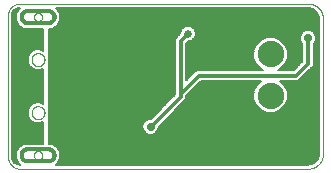
<source format=gbl>
G75*
%MOIN*%
%OFA0B0*%
%FSLAX25Y25*%
%IPPOS*%
%LPD*%
%AMOC8*
5,1,8,0,0,1.08239X$1,22.5*
%
%ADD10C,0.00100*%
%ADD11C,0.08800*%
%ADD12C,0.01181*%
%ADD13C,0.00000*%
%ADD14C,0.00600*%
%ADD15C,0.02800*%
%ADD16C,0.01200*%
%ADD17C,0.02600*%
%ADD18C,0.02500*%
D10*
X0061197Y0006800D02*
X0061197Y0054300D01*
X0061203Y0054422D01*
X0061213Y0054543D01*
X0061226Y0054664D01*
X0061243Y0054785D01*
X0061264Y0054905D01*
X0061289Y0055024D01*
X0061318Y0055142D01*
X0061350Y0055260D01*
X0061386Y0055376D01*
X0061425Y0055491D01*
X0061468Y0055605D01*
X0061515Y0055718D01*
X0061565Y0055829D01*
X0061619Y0055938D01*
X0061676Y0056046D01*
X0061737Y0056151D01*
X0061800Y0056255D01*
X0061867Y0056357D01*
X0061937Y0056456D01*
X0062011Y0056554D01*
X0062087Y0056649D01*
X0062166Y0056741D01*
X0062248Y0056831D01*
X0062333Y0056919D01*
X0062420Y0057003D01*
X0062511Y0057085D01*
X0062603Y0057164D01*
X0062698Y0057240D01*
X0062796Y0057313D01*
X0062895Y0057383D01*
X0062997Y0057450D01*
X0063101Y0057514D01*
X0063207Y0057574D01*
X0063315Y0057631D01*
X0063424Y0057684D01*
X0063535Y0057734D01*
X0063648Y0057781D01*
X0063762Y0057824D01*
X0063877Y0057863D01*
X0063993Y0057899D01*
X0064111Y0057931D01*
X0064229Y0057959D01*
X0064349Y0057984D01*
X0064469Y0058005D01*
X0064589Y0058022D01*
X0064710Y0058035D01*
X0064832Y0058045D01*
X0064953Y0058050D01*
X0065075Y0058052D01*
X0065197Y0058050D01*
X0161197Y0058050D01*
X0161337Y0058048D01*
X0161477Y0058042D01*
X0161617Y0058032D01*
X0161757Y0058019D01*
X0161896Y0058001D01*
X0162035Y0057979D01*
X0162172Y0057954D01*
X0162310Y0057925D01*
X0162446Y0057892D01*
X0162581Y0057855D01*
X0162715Y0057814D01*
X0162848Y0057769D01*
X0162980Y0057721D01*
X0163110Y0057669D01*
X0163239Y0057614D01*
X0163366Y0057555D01*
X0163492Y0057492D01*
X0163616Y0057426D01*
X0163737Y0057357D01*
X0163857Y0057284D01*
X0163975Y0057207D01*
X0164090Y0057128D01*
X0164204Y0057045D01*
X0164314Y0056959D01*
X0164423Y0056870D01*
X0164529Y0056778D01*
X0164632Y0056683D01*
X0164733Y0056586D01*
X0164830Y0056485D01*
X0164925Y0056382D01*
X0165017Y0056276D01*
X0165106Y0056167D01*
X0165192Y0056057D01*
X0165275Y0055943D01*
X0165354Y0055828D01*
X0165431Y0055710D01*
X0165504Y0055590D01*
X0165573Y0055469D01*
X0165639Y0055345D01*
X0165702Y0055219D01*
X0165761Y0055092D01*
X0165816Y0054963D01*
X0165868Y0054833D01*
X0165916Y0054701D01*
X0165961Y0054568D01*
X0166002Y0054434D01*
X0166039Y0054299D01*
X0166072Y0054163D01*
X0166101Y0054025D01*
X0166126Y0053888D01*
X0166148Y0053749D01*
X0166166Y0053610D01*
X0166179Y0053470D01*
X0166189Y0053330D01*
X0166195Y0053190D01*
X0166197Y0053050D01*
X0166197Y0008050D01*
X0166195Y0007910D01*
X0166189Y0007770D01*
X0166179Y0007630D01*
X0166166Y0007490D01*
X0166148Y0007351D01*
X0166126Y0007212D01*
X0166101Y0007075D01*
X0166072Y0006937D01*
X0166039Y0006801D01*
X0166002Y0006666D01*
X0165961Y0006532D01*
X0165916Y0006399D01*
X0165868Y0006267D01*
X0165816Y0006137D01*
X0165761Y0006008D01*
X0165702Y0005881D01*
X0165639Y0005755D01*
X0165573Y0005631D01*
X0165504Y0005510D01*
X0165431Y0005390D01*
X0165354Y0005272D01*
X0165275Y0005157D01*
X0165192Y0005043D01*
X0165106Y0004933D01*
X0165017Y0004824D01*
X0164925Y0004718D01*
X0164830Y0004615D01*
X0164733Y0004514D01*
X0164632Y0004417D01*
X0164529Y0004322D01*
X0164423Y0004230D01*
X0164314Y0004141D01*
X0164204Y0004055D01*
X0164090Y0003972D01*
X0163975Y0003893D01*
X0163857Y0003816D01*
X0163737Y0003743D01*
X0163616Y0003674D01*
X0163492Y0003608D01*
X0163366Y0003545D01*
X0163239Y0003486D01*
X0163110Y0003431D01*
X0162980Y0003379D01*
X0162848Y0003331D01*
X0162715Y0003286D01*
X0162581Y0003245D01*
X0162446Y0003208D01*
X0162310Y0003175D01*
X0162172Y0003146D01*
X0162035Y0003121D01*
X0161896Y0003099D01*
X0161757Y0003081D01*
X0161617Y0003068D01*
X0161477Y0003058D01*
X0161337Y0003052D01*
X0161197Y0003050D01*
X0065197Y0003050D01*
X0065073Y0003048D01*
X0064948Y0003050D01*
X0064824Y0003056D01*
X0064700Y0003066D01*
X0064577Y0003080D01*
X0064454Y0003098D01*
X0064332Y0003119D01*
X0064210Y0003145D01*
X0064089Y0003175D01*
X0063970Y0003208D01*
X0063851Y0003245D01*
X0063734Y0003286D01*
X0063618Y0003331D01*
X0063503Y0003380D01*
X0063390Y0003432D01*
X0063279Y0003487D01*
X0063170Y0003547D01*
X0063063Y0003609D01*
X0062958Y0003675D01*
X0062855Y0003745D01*
X0062754Y0003817D01*
X0062655Y0003893D01*
X0062559Y0003972D01*
X0062466Y0004054D01*
X0062375Y0004139D01*
X0062287Y0004227D01*
X0062202Y0004318D01*
X0062120Y0004411D01*
X0062041Y0004507D01*
X0061965Y0004606D01*
X0061893Y0004706D01*
X0061823Y0004809D01*
X0061757Y0004915D01*
X0061694Y0005022D01*
X0061635Y0005131D01*
X0061579Y0005242D01*
X0061527Y0005355D01*
X0061479Y0005469D01*
X0061434Y0005585D01*
X0061393Y0005703D01*
X0061355Y0005821D01*
X0061322Y0005941D01*
X0061292Y0006062D01*
X0061267Y0006183D01*
X0061245Y0006306D01*
X0061227Y0006428D01*
X0061213Y0006552D01*
X0061203Y0006676D01*
X0061197Y0006800D01*
D11*
X0148697Y0027357D03*
X0148697Y0041137D03*
D12*
X0074740Y0051613D02*
X0067654Y0051613D01*
X0065685Y0053581D02*
X0065687Y0053667D01*
X0065692Y0053753D01*
X0065702Y0053838D01*
X0065715Y0053923D01*
X0065732Y0054007D01*
X0065752Y0054091D01*
X0065776Y0054173D01*
X0065804Y0054254D01*
X0065835Y0054335D01*
X0065869Y0054413D01*
X0065907Y0054490D01*
X0065949Y0054566D01*
X0065993Y0054639D01*
X0066041Y0054710D01*
X0066092Y0054780D01*
X0066146Y0054847D01*
X0066202Y0054911D01*
X0066262Y0054973D01*
X0066324Y0055033D01*
X0066388Y0055089D01*
X0066455Y0055143D01*
X0066525Y0055194D01*
X0066596Y0055242D01*
X0066670Y0055286D01*
X0066745Y0055328D01*
X0066822Y0055366D01*
X0066900Y0055400D01*
X0066981Y0055431D01*
X0067062Y0055459D01*
X0067144Y0055483D01*
X0067228Y0055503D01*
X0067312Y0055520D01*
X0067397Y0055533D01*
X0067482Y0055543D01*
X0067568Y0055548D01*
X0067654Y0055550D01*
X0074740Y0055550D01*
X0076709Y0053581D02*
X0076707Y0053495D01*
X0076702Y0053409D01*
X0076692Y0053324D01*
X0076679Y0053239D01*
X0076662Y0053155D01*
X0076642Y0053071D01*
X0076618Y0052989D01*
X0076590Y0052908D01*
X0076559Y0052827D01*
X0076525Y0052749D01*
X0076487Y0052672D01*
X0076445Y0052597D01*
X0076401Y0052523D01*
X0076353Y0052452D01*
X0076302Y0052382D01*
X0076248Y0052315D01*
X0076192Y0052251D01*
X0076132Y0052189D01*
X0076070Y0052129D01*
X0076006Y0052073D01*
X0075939Y0052019D01*
X0075869Y0051968D01*
X0075798Y0051920D01*
X0075725Y0051876D01*
X0075649Y0051834D01*
X0075572Y0051796D01*
X0075494Y0051762D01*
X0075413Y0051731D01*
X0075332Y0051703D01*
X0075250Y0051679D01*
X0075166Y0051659D01*
X0075082Y0051642D01*
X0074997Y0051629D01*
X0074912Y0051619D01*
X0074826Y0051614D01*
X0074740Y0051612D01*
X0076709Y0053581D02*
X0076707Y0053667D01*
X0076702Y0053753D01*
X0076692Y0053838D01*
X0076679Y0053923D01*
X0076662Y0054007D01*
X0076642Y0054091D01*
X0076618Y0054173D01*
X0076590Y0054254D01*
X0076559Y0054335D01*
X0076525Y0054413D01*
X0076487Y0054490D01*
X0076445Y0054566D01*
X0076401Y0054639D01*
X0076353Y0054710D01*
X0076302Y0054780D01*
X0076248Y0054847D01*
X0076192Y0054911D01*
X0076132Y0054973D01*
X0076070Y0055033D01*
X0076006Y0055089D01*
X0075939Y0055143D01*
X0075869Y0055194D01*
X0075798Y0055242D01*
X0075725Y0055286D01*
X0075649Y0055328D01*
X0075572Y0055366D01*
X0075494Y0055400D01*
X0075413Y0055431D01*
X0075332Y0055459D01*
X0075250Y0055483D01*
X0075166Y0055503D01*
X0075082Y0055520D01*
X0074997Y0055533D01*
X0074912Y0055543D01*
X0074826Y0055548D01*
X0074740Y0055550D01*
X0067654Y0051612D02*
X0067568Y0051614D01*
X0067482Y0051619D01*
X0067397Y0051629D01*
X0067312Y0051642D01*
X0067228Y0051659D01*
X0067144Y0051679D01*
X0067062Y0051703D01*
X0066981Y0051731D01*
X0066900Y0051762D01*
X0066822Y0051796D01*
X0066745Y0051834D01*
X0066670Y0051876D01*
X0066596Y0051920D01*
X0066525Y0051968D01*
X0066455Y0052019D01*
X0066388Y0052073D01*
X0066324Y0052129D01*
X0066262Y0052189D01*
X0066202Y0052251D01*
X0066146Y0052315D01*
X0066092Y0052382D01*
X0066041Y0052452D01*
X0065993Y0052523D01*
X0065949Y0052597D01*
X0065907Y0052672D01*
X0065869Y0052749D01*
X0065835Y0052827D01*
X0065804Y0052908D01*
X0065776Y0052989D01*
X0065752Y0053071D01*
X0065732Y0053155D01*
X0065715Y0053239D01*
X0065702Y0053324D01*
X0065692Y0053409D01*
X0065687Y0053495D01*
X0065685Y0053581D01*
X0067654Y0009487D02*
X0074740Y0009487D01*
X0076709Y0007519D02*
X0076707Y0007433D01*
X0076702Y0007347D01*
X0076692Y0007262D01*
X0076679Y0007177D01*
X0076662Y0007093D01*
X0076642Y0007009D01*
X0076618Y0006927D01*
X0076590Y0006846D01*
X0076559Y0006765D01*
X0076525Y0006687D01*
X0076487Y0006610D01*
X0076445Y0006534D01*
X0076401Y0006461D01*
X0076353Y0006390D01*
X0076302Y0006320D01*
X0076248Y0006253D01*
X0076192Y0006189D01*
X0076132Y0006127D01*
X0076070Y0006067D01*
X0076006Y0006011D01*
X0075939Y0005957D01*
X0075869Y0005906D01*
X0075798Y0005858D01*
X0075725Y0005814D01*
X0075649Y0005772D01*
X0075572Y0005734D01*
X0075494Y0005700D01*
X0075413Y0005669D01*
X0075332Y0005641D01*
X0075250Y0005617D01*
X0075166Y0005597D01*
X0075082Y0005580D01*
X0074997Y0005567D01*
X0074912Y0005557D01*
X0074826Y0005552D01*
X0074740Y0005550D01*
X0067654Y0005550D01*
X0065685Y0007519D02*
X0065687Y0007605D01*
X0065692Y0007691D01*
X0065702Y0007776D01*
X0065715Y0007861D01*
X0065732Y0007945D01*
X0065752Y0008029D01*
X0065776Y0008111D01*
X0065804Y0008192D01*
X0065835Y0008273D01*
X0065869Y0008351D01*
X0065907Y0008428D01*
X0065949Y0008504D01*
X0065993Y0008577D01*
X0066041Y0008648D01*
X0066092Y0008718D01*
X0066146Y0008785D01*
X0066202Y0008849D01*
X0066262Y0008911D01*
X0066324Y0008971D01*
X0066388Y0009027D01*
X0066455Y0009081D01*
X0066525Y0009132D01*
X0066596Y0009180D01*
X0066670Y0009224D01*
X0066745Y0009266D01*
X0066822Y0009304D01*
X0066900Y0009338D01*
X0066981Y0009369D01*
X0067062Y0009397D01*
X0067144Y0009421D01*
X0067228Y0009441D01*
X0067312Y0009458D01*
X0067397Y0009471D01*
X0067482Y0009481D01*
X0067568Y0009486D01*
X0067654Y0009488D01*
X0065685Y0007519D02*
X0065687Y0007433D01*
X0065692Y0007347D01*
X0065702Y0007262D01*
X0065715Y0007177D01*
X0065732Y0007093D01*
X0065752Y0007009D01*
X0065776Y0006927D01*
X0065804Y0006846D01*
X0065835Y0006765D01*
X0065869Y0006687D01*
X0065907Y0006610D01*
X0065949Y0006535D01*
X0065993Y0006461D01*
X0066041Y0006390D01*
X0066092Y0006320D01*
X0066146Y0006253D01*
X0066202Y0006189D01*
X0066262Y0006127D01*
X0066324Y0006067D01*
X0066388Y0006011D01*
X0066455Y0005957D01*
X0066525Y0005906D01*
X0066596Y0005858D01*
X0066670Y0005814D01*
X0066745Y0005772D01*
X0066822Y0005734D01*
X0066900Y0005700D01*
X0066981Y0005669D01*
X0067062Y0005641D01*
X0067144Y0005617D01*
X0067228Y0005597D01*
X0067312Y0005580D01*
X0067397Y0005567D01*
X0067482Y0005557D01*
X0067568Y0005552D01*
X0067654Y0005550D01*
X0074740Y0009488D02*
X0074826Y0009486D01*
X0074912Y0009481D01*
X0074997Y0009471D01*
X0075082Y0009458D01*
X0075166Y0009441D01*
X0075250Y0009421D01*
X0075332Y0009397D01*
X0075413Y0009369D01*
X0075494Y0009338D01*
X0075572Y0009304D01*
X0075649Y0009266D01*
X0075725Y0009224D01*
X0075798Y0009180D01*
X0075869Y0009132D01*
X0075939Y0009081D01*
X0076006Y0009027D01*
X0076070Y0008971D01*
X0076132Y0008911D01*
X0076192Y0008849D01*
X0076248Y0008785D01*
X0076302Y0008718D01*
X0076353Y0008648D01*
X0076401Y0008577D01*
X0076445Y0008504D01*
X0076487Y0008428D01*
X0076525Y0008351D01*
X0076559Y0008273D01*
X0076590Y0008192D01*
X0076618Y0008111D01*
X0076642Y0008029D01*
X0076662Y0007945D01*
X0076679Y0007861D01*
X0076692Y0007776D01*
X0076702Y0007691D01*
X0076707Y0007605D01*
X0076709Y0007519D01*
D13*
X0069819Y0007519D02*
X0069821Y0007593D01*
X0069827Y0007667D01*
X0069837Y0007740D01*
X0069851Y0007813D01*
X0069868Y0007885D01*
X0069890Y0007955D01*
X0069915Y0008025D01*
X0069944Y0008093D01*
X0069977Y0008159D01*
X0070013Y0008224D01*
X0070053Y0008286D01*
X0070095Y0008347D01*
X0070141Y0008405D01*
X0070190Y0008460D01*
X0070242Y0008513D01*
X0070297Y0008563D01*
X0070354Y0008609D01*
X0070414Y0008653D01*
X0070476Y0008693D01*
X0070540Y0008730D01*
X0070606Y0008764D01*
X0070674Y0008794D01*
X0070743Y0008820D01*
X0070814Y0008843D01*
X0070885Y0008861D01*
X0070958Y0008876D01*
X0071031Y0008887D01*
X0071105Y0008894D01*
X0071179Y0008897D01*
X0071252Y0008896D01*
X0071326Y0008891D01*
X0071400Y0008882D01*
X0071473Y0008869D01*
X0071545Y0008852D01*
X0071616Y0008832D01*
X0071686Y0008807D01*
X0071754Y0008779D01*
X0071821Y0008748D01*
X0071886Y0008712D01*
X0071949Y0008674D01*
X0072010Y0008632D01*
X0072069Y0008586D01*
X0072125Y0008538D01*
X0072178Y0008487D01*
X0072228Y0008433D01*
X0072276Y0008376D01*
X0072320Y0008317D01*
X0072362Y0008255D01*
X0072400Y0008192D01*
X0072434Y0008126D01*
X0072465Y0008059D01*
X0072492Y0007990D01*
X0072515Y0007920D01*
X0072535Y0007849D01*
X0072551Y0007776D01*
X0072563Y0007703D01*
X0072571Y0007630D01*
X0072575Y0007556D01*
X0072575Y0007482D01*
X0072571Y0007408D01*
X0072563Y0007335D01*
X0072551Y0007262D01*
X0072535Y0007189D01*
X0072515Y0007118D01*
X0072492Y0007048D01*
X0072465Y0006979D01*
X0072434Y0006912D01*
X0072400Y0006846D01*
X0072362Y0006783D01*
X0072320Y0006721D01*
X0072276Y0006662D01*
X0072228Y0006605D01*
X0072178Y0006551D01*
X0072125Y0006500D01*
X0072069Y0006452D01*
X0072010Y0006406D01*
X0071949Y0006364D01*
X0071886Y0006326D01*
X0071821Y0006290D01*
X0071754Y0006259D01*
X0071686Y0006231D01*
X0071616Y0006206D01*
X0071545Y0006186D01*
X0071473Y0006169D01*
X0071400Y0006156D01*
X0071326Y0006147D01*
X0071252Y0006142D01*
X0071179Y0006141D01*
X0071105Y0006144D01*
X0071031Y0006151D01*
X0070958Y0006162D01*
X0070885Y0006177D01*
X0070814Y0006195D01*
X0070743Y0006218D01*
X0070674Y0006244D01*
X0070606Y0006274D01*
X0070540Y0006308D01*
X0070476Y0006345D01*
X0070414Y0006385D01*
X0070354Y0006429D01*
X0070297Y0006475D01*
X0070242Y0006525D01*
X0070190Y0006578D01*
X0070141Y0006633D01*
X0070095Y0006691D01*
X0070053Y0006752D01*
X0070013Y0006814D01*
X0069977Y0006879D01*
X0069944Y0006945D01*
X0069915Y0007013D01*
X0069890Y0007083D01*
X0069868Y0007153D01*
X0069851Y0007225D01*
X0069837Y0007298D01*
X0069827Y0007371D01*
X0069821Y0007445D01*
X0069819Y0007519D01*
X0069032Y0021692D02*
X0069034Y0021785D01*
X0069040Y0021877D01*
X0069050Y0021969D01*
X0069064Y0022060D01*
X0069081Y0022151D01*
X0069103Y0022241D01*
X0069128Y0022330D01*
X0069157Y0022418D01*
X0069190Y0022504D01*
X0069227Y0022589D01*
X0069267Y0022673D01*
X0069311Y0022754D01*
X0069358Y0022834D01*
X0069408Y0022912D01*
X0069462Y0022987D01*
X0069519Y0023060D01*
X0069579Y0023130D01*
X0069642Y0023198D01*
X0069708Y0023263D01*
X0069776Y0023325D01*
X0069847Y0023385D01*
X0069921Y0023441D01*
X0069997Y0023494D01*
X0070075Y0023543D01*
X0070155Y0023590D01*
X0070237Y0023632D01*
X0070321Y0023672D01*
X0070406Y0023707D01*
X0070493Y0023739D01*
X0070581Y0023768D01*
X0070670Y0023792D01*
X0070760Y0023813D01*
X0070851Y0023829D01*
X0070943Y0023842D01*
X0071035Y0023851D01*
X0071128Y0023856D01*
X0071220Y0023857D01*
X0071313Y0023854D01*
X0071405Y0023847D01*
X0071497Y0023836D01*
X0071588Y0023821D01*
X0071679Y0023803D01*
X0071769Y0023780D01*
X0071857Y0023754D01*
X0071945Y0023724D01*
X0072031Y0023690D01*
X0072115Y0023653D01*
X0072198Y0023611D01*
X0072279Y0023567D01*
X0072359Y0023519D01*
X0072436Y0023468D01*
X0072510Y0023413D01*
X0072583Y0023355D01*
X0072653Y0023295D01*
X0072720Y0023231D01*
X0072784Y0023165D01*
X0072846Y0023095D01*
X0072904Y0023024D01*
X0072959Y0022950D01*
X0073011Y0022873D01*
X0073060Y0022794D01*
X0073106Y0022714D01*
X0073148Y0022631D01*
X0073186Y0022547D01*
X0073221Y0022461D01*
X0073252Y0022374D01*
X0073279Y0022286D01*
X0073302Y0022196D01*
X0073322Y0022106D01*
X0073338Y0022015D01*
X0073350Y0021923D01*
X0073358Y0021831D01*
X0073362Y0021738D01*
X0073362Y0021646D01*
X0073358Y0021553D01*
X0073350Y0021461D01*
X0073338Y0021369D01*
X0073322Y0021278D01*
X0073302Y0021188D01*
X0073279Y0021098D01*
X0073252Y0021010D01*
X0073221Y0020923D01*
X0073186Y0020837D01*
X0073148Y0020753D01*
X0073106Y0020670D01*
X0073060Y0020590D01*
X0073011Y0020511D01*
X0072959Y0020434D01*
X0072904Y0020360D01*
X0072846Y0020289D01*
X0072784Y0020219D01*
X0072720Y0020153D01*
X0072653Y0020089D01*
X0072583Y0020029D01*
X0072510Y0019971D01*
X0072436Y0019916D01*
X0072359Y0019865D01*
X0072280Y0019817D01*
X0072198Y0019773D01*
X0072115Y0019731D01*
X0072031Y0019694D01*
X0071945Y0019660D01*
X0071857Y0019630D01*
X0071769Y0019604D01*
X0071679Y0019581D01*
X0071588Y0019563D01*
X0071497Y0019548D01*
X0071405Y0019537D01*
X0071313Y0019530D01*
X0071220Y0019527D01*
X0071128Y0019528D01*
X0071035Y0019533D01*
X0070943Y0019542D01*
X0070851Y0019555D01*
X0070760Y0019571D01*
X0070670Y0019592D01*
X0070581Y0019616D01*
X0070493Y0019645D01*
X0070406Y0019677D01*
X0070321Y0019712D01*
X0070237Y0019752D01*
X0070155Y0019794D01*
X0070075Y0019841D01*
X0069997Y0019890D01*
X0069921Y0019943D01*
X0069847Y0019999D01*
X0069776Y0020059D01*
X0069708Y0020121D01*
X0069642Y0020186D01*
X0069579Y0020254D01*
X0069519Y0020324D01*
X0069462Y0020397D01*
X0069408Y0020472D01*
X0069358Y0020550D01*
X0069311Y0020630D01*
X0069267Y0020711D01*
X0069227Y0020795D01*
X0069190Y0020880D01*
X0069157Y0020966D01*
X0069128Y0021054D01*
X0069103Y0021143D01*
X0069081Y0021233D01*
X0069064Y0021324D01*
X0069050Y0021415D01*
X0069040Y0021507D01*
X0069034Y0021599D01*
X0069032Y0021692D01*
X0069032Y0039408D02*
X0069034Y0039501D01*
X0069040Y0039593D01*
X0069050Y0039685D01*
X0069064Y0039776D01*
X0069081Y0039867D01*
X0069103Y0039957D01*
X0069128Y0040046D01*
X0069157Y0040134D01*
X0069190Y0040220D01*
X0069227Y0040305D01*
X0069267Y0040389D01*
X0069311Y0040470D01*
X0069358Y0040550D01*
X0069408Y0040628D01*
X0069462Y0040703D01*
X0069519Y0040776D01*
X0069579Y0040846D01*
X0069642Y0040914D01*
X0069708Y0040979D01*
X0069776Y0041041D01*
X0069847Y0041101D01*
X0069921Y0041157D01*
X0069997Y0041210D01*
X0070075Y0041259D01*
X0070155Y0041306D01*
X0070237Y0041348D01*
X0070321Y0041388D01*
X0070406Y0041423D01*
X0070493Y0041455D01*
X0070581Y0041484D01*
X0070670Y0041508D01*
X0070760Y0041529D01*
X0070851Y0041545D01*
X0070943Y0041558D01*
X0071035Y0041567D01*
X0071128Y0041572D01*
X0071220Y0041573D01*
X0071313Y0041570D01*
X0071405Y0041563D01*
X0071497Y0041552D01*
X0071588Y0041537D01*
X0071679Y0041519D01*
X0071769Y0041496D01*
X0071857Y0041470D01*
X0071945Y0041440D01*
X0072031Y0041406D01*
X0072115Y0041369D01*
X0072198Y0041327D01*
X0072279Y0041283D01*
X0072359Y0041235D01*
X0072436Y0041184D01*
X0072510Y0041129D01*
X0072583Y0041071D01*
X0072653Y0041011D01*
X0072720Y0040947D01*
X0072784Y0040881D01*
X0072846Y0040811D01*
X0072904Y0040740D01*
X0072959Y0040666D01*
X0073011Y0040589D01*
X0073060Y0040510D01*
X0073106Y0040430D01*
X0073148Y0040347D01*
X0073186Y0040263D01*
X0073221Y0040177D01*
X0073252Y0040090D01*
X0073279Y0040002D01*
X0073302Y0039912D01*
X0073322Y0039822D01*
X0073338Y0039731D01*
X0073350Y0039639D01*
X0073358Y0039547D01*
X0073362Y0039454D01*
X0073362Y0039362D01*
X0073358Y0039269D01*
X0073350Y0039177D01*
X0073338Y0039085D01*
X0073322Y0038994D01*
X0073302Y0038904D01*
X0073279Y0038814D01*
X0073252Y0038726D01*
X0073221Y0038639D01*
X0073186Y0038553D01*
X0073148Y0038469D01*
X0073106Y0038386D01*
X0073060Y0038306D01*
X0073011Y0038227D01*
X0072959Y0038150D01*
X0072904Y0038076D01*
X0072846Y0038005D01*
X0072784Y0037935D01*
X0072720Y0037869D01*
X0072653Y0037805D01*
X0072583Y0037745D01*
X0072510Y0037687D01*
X0072436Y0037632D01*
X0072359Y0037581D01*
X0072280Y0037533D01*
X0072198Y0037489D01*
X0072115Y0037447D01*
X0072031Y0037410D01*
X0071945Y0037376D01*
X0071857Y0037346D01*
X0071769Y0037320D01*
X0071679Y0037297D01*
X0071588Y0037279D01*
X0071497Y0037264D01*
X0071405Y0037253D01*
X0071313Y0037246D01*
X0071220Y0037243D01*
X0071128Y0037244D01*
X0071035Y0037249D01*
X0070943Y0037258D01*
X0070851Y0037271D01*
X0070760Y0037287D01*
X0070670Y0037308D01*
X0070581Y0037332D01*
X0070493Y0037361D01*
X0070406Y0037393D01*
X0070321Y0037428D01*
X0070237Y0037468D01*
X0070155Y0037510D01*
X0070075Y0037557D01*
X0069997Y0037606D01*
X0069921Y0037659D01*
X0069847Y0037715D01*
X0069776Y0037775D01*
X0069708Y0037837D01*
X0069642Y0037902D01*
X0069579Y0037970D01*
X0069519Y0038040D01*
X0069462Y0038113D01*
X0069408Y0038188D01*
X0069358Y0038266D01*
X0069311Y0038346D01*
X0069267Y0038427D01*
X0069227Y0038511D01*
X0069190Y0038596D01*
X0069157Y0038682D01*
X0069128Y0038770D01*
X0069103Y0038859D01*
X0069081Y0038949D01*
X0069064Y0039040D01*
X0069050Y0039131D01*
X0069040Y0039223D01*
X0069034Y0039315D01*
X0069032Y0039408D01*
X0069819Y0053581D02*
X0069821Y0053655D01*
X0069827Y0053729D01*
X0069837Y0053802D01*
X0069851Y0053875D01*
X0069868Y0053947D01*
X0069890Y0054017D01*
X0069915Y0054087D01*
X0069944Y0054155D01*
X0069977Y0054221D01*
X0070013Y0054286D01*
X0070053Y0054348D01*
X0070095Y0054409D01*
X0070141Y0054467D01*
X0070190Y0054522D01*
X0070242Y0054575D01*
X0070297Y0054625D01*
X0070354Y0054671D01*
X0070414Y0054715D01*
X0070476Y0054755D01*
X0070540Y0054792D01*
X0070606Y0054826D01*
X0070674Y0054856D01*
X0070743Y0054882D01*
X0070814Y0054905D01*
X0070885Y0054923D01*
X0070958Y0054938D01*
X0071031Y0054949D01*
X0071105Y0054956D01*
X0071179Y0054959D01*
X0071252Y0054958D01*
X0071326Y0054953D01*
X0071400Y0054944D01*
X0071473Y0054931D01*
X0071545Y0054914D01*
X0071616Y0054894D01*
X0071686Y0054869D01*
X0071754Y0054841D01*
X0071821Y0054810D01*
X0071886Y0054774D01*
X0071949Y0054736D01*
X0072010Y0054694D01*
X0072069Y0054648D01*
X0072125Y0054600D01*
X0072178Y0054549D01*
X0072228Y0054495D01*
X0072276Y0054438D01*
X0072320Y0054379D01*
X0072362Y0054317D01*
X0072400Y0054254D01*
X0072434Y0054188D01*
X0072465Y0054121D01*
X0072492Y0054052D01*
X0072515Y0053982D01*
X0072535Y0053911D01*
X0072551Y0053838D01*
X0072563Y0053765D01*
X0072571Y0053692D01*
X0072575Y0053618D01*
X0072575Y0053544D01*
X0072571Y0053470D01*
X0072563Y0053397D01*
X0072551Y0053324D01*
X0072535Y0053251D01*
X0072515Y0053180D01*
X0072492Y0053110D01*
X0072465Y0053041D01*
X0072434Y0052974D01*
X0072400Y0052908D01*
X0072362Y0052845D01*
X0072320Y0052783D01*
X0072276Y0052724D01*
X0072228Y0052667D01*
X0072178Y0052613D01*
X0072125Y0052562D01*
X0072069Y0052514D01*
X0072010Y0052468D01*
X0071949Y0052426D01*
X0071886Y0052388D01*
X0071821Y0052352D01*
X0071754Y0052321D01*
X0071686Y0052293D01*
X0071616Y0052268D01*
X0071545Y0052248D01*
X0071473Y0052231D01*
X0071400Y0052218D01*
X0071326Y0052209D01*
X0071252Y0052204D01*
X0071179Y0052203D01*
X0071105Y0052206D01*
X0071031Y0052213D01*
X0070958Y0052224D01*
X0070885Y0052239D01*
X0070814Y0052257D01*
X0070743Y0052280D01*
X0070674Y0052306D01*
X0070606Y0052336D01*
X0070540Y0052370D01*
X0070476Y0052407D01*
X0070414Y0052447D01*
X0070354Y0052491D01*
X0070297Y0052537D01*
X0070242Y0052587D01*
X0070190Y0052640D01*
X0070141Y0052695D01*
X0070095Y0052753D01*
X0070053Y0052814D01*
X0070013Y0052876D01*
X0069977Y0052941D01*
X0069944Y0053007D01*
X0069915Y0053075D01*
X0069890Y0053145D01*
X0069868Y0053215D01*
X0069851Y0053287D01*
X0069837Y0053360D01*
X0069827Y0053433D01*
X0069821Y0053507D01*
X0069819Y0053581D01*
D14*
X0064829Y0050756D02*
X0063794Y0052547D01*
X0063794Y0054616D01*
X0064829Y0056406D01*
X0064829Y0056407D01*
X0064829Y0056407D01*
X0065328Y0056695D01*
X0065175Y0056700D01*
X0065146Y0056700D01*
X0064497Y0056636D01*
X0063344Y0056019D01*
X0062653Y0054907D01*
X0062547Y0054261D01*
X0062547Y0006839D01*
X0062653Y0006193D01*
X0063344Y0005081D01*
X0064497Y0004464D01*
X0065146Y0004400D01*
X0065175Y0004400D01*
X0065328Y0004405D01*
X0064829Y0004693D01*
X0064829Y0004693D01*
X0063795Y0006484D01*
X0063794Y0006484D01*
X0063794Y0008553D01*
X0064829Y0010344D01*
X0064829Y0010344D01*
X0066620Y0011378D01*
X0072947Y0011378D01*
X0072947Y0018666D01*
X0071886Y0018226D01*
X0070508Y0018226D01*
X0069234Y0018754D01*
X0068259Y0019729D01*
X0067731Y0021002D01*
X0067731Y0022381D01*
X0068259Y0023655D01*
X0069234Y0024630D01*
X0070508Y0025157D01*
X0071886Y0025157D01*
X0072947Y0024718D01*
X0072947Y0036382D01*
X0071886Y0035943D01*
X0070508Y0035943D01*
X0069234Y0036470D01*
X0068259Y0037445D01*
X0067731Y0038719D01*
X0067731Y0040098D01*
X0068259Y0041371D01*
X0069234Y0042346D01*
X0070508Y0042874D01*
X0071886Y0042874D01*
X0072947Y0042434D01*
X0072947Y0049722D01*
X0066620Y0049722D01*
X0064829Y0050756D01*
X0064829Y0050756D01*
X0064829Y0050756D01*
X0064859Y0050739D02*
X0062547Y0050739D01*
X0062547Y0050141D02*
X0065895Y0050141D01*
X0064493Y0051338D02*
X0062547Y0051338D01*
X0062547Y0051936D02*
X0064147Y0051936D01*
X0063802Y0052535D02*
X0062547Y0052535D01*
X0062547Y0053133D02*
X0063794Y0053133D01*
X0063794Y0053732D02*
X0062547Y0053732D01*
X0062558Y0054330D02*
X0063794Y0054330D01*
X0063975Y0054929D02*
X0062667Y0054929D01*
X0063038Y0055527D02*
X0064321Y0055527D01*
X0064666Y0056126D02*
X0063544Y0056126D01*
X0076498Y0050141D02*
X0119611Y0050141D01*
X0119724Y0050254D02*
X0118993Y0049523D01*
X0118597Y0048567D01*
X0118597Y0048137D01*
X0116797Y0046337D01*
X0116797Y0027837D01*
X0108710Y0019750D01*
X0108160Y0019750D01*
X0107167Y0019339D01*
X0106408Y0018579D01*
X0105997Y0017587D01*
X0105997Y0016513D01*
X0106408Y0015521D01*
X0107167Y0014761D01*
X0108160Y0014350D01*
X0109234Y0014350D01*
X0110226Y0014761D01*
X0110986Y0015521D01*
X0111397Y0016513D01*
X0111397Y0017063D01*
X0120597Y0026263D01*
X0120597Y0027263D01*
X0125484Y0032150D01*
X0145429Y0032150D01*
X0143865Y0030586D01*
X0142997Y0028491D01*
X0142997Y0026223D01*
X0143865Y0024128D01*
X0145468Y0022525D01*
X0147563Y0021657D01*
X0149831Y0021657D01*
X0151926Y0022525D01*
X0153529Y0024128D01*
X0154397Y0026223D01*
X0154397Y0028491D01*
X0153529Y0030586D01*
X0151965Y0032150D01*
X0157984Y0032150D01*
X0161984Y0036150D01*
X0163097Y0037263D01*
X0163097Y0044632D01*
X0163486Y0045021D01*
X0163897Y0046013D01*
X0163897Y0047087D01*
X0163486Y0048079D01*
X0162726Y0048839D01*
X0161734Y0049250D01*
X0160660Y0049250D01*
X0159667Y0048839D01*
X0158908Y0048079D01*
X0158497Y0047087D01*
X0158497Y0046013D01*
X0158908Y0045021D01*
X0159297Y0044632D01*
X0159297Y0038837D01*
X0156410Y0035950D01*
X0151070Y0035950D01*
X0151926Y0036304D01*
X0153529Y0037908D01*
X0154397Y0040003D01*
X0154397Y0042270D01*
X0153529Y0044365D01*
X0151926Y0045969D01*
X0149831Y0046837D01*
X0147563Y0046837D01*
X0145468Y0045969D01*
X0143865Y0044365D01*
X0142997Y0042270D01*
X0142997Y0040003D01*
X0143865Y0037908D01*
X0145468Y0036304D01*
X0146324Y0035950D01*
X0123910Y0035950D01*
X0122797Y0034837D01*
X0120597Y0032637D01*
X0120597Y0044763D01*
X0121284Y0045450D01*
X0121714Y0045450D01*
X0122670Y0045846D01*
X0123401Y0046577D01*
X0123797Y0047533D01*
X0123797Y0048567D01*
X0123401Y0049523D01*
X0122670Y0050254D01*
X0121714Y0050650D01*
X0120680Y0050650D01*
X0119724Y0050254D01*
X0119012Y0049542D02*
X0074697Y0049542D01*
X0074697Y0049722D02*
X0075774Y0049722D01*
X0077565Y0050756D01*
X0078599Y0052547D01*
X0078599Y0054616D01*
X0077565Y0056406D01*
X0077565Y0056407D01*
X0077057Y0056700D01*
X0161197Y0056700D01*
X0161909Y0056630D01*
X0163225Y0056085D01*
X0164232Y0055078D01*
X0164777Y0053762D01*
X0164847Y0053050D01*
X0164847Y0008050D01*
X0164777Y0007338D01*
X0164232Y0006022D01*
X0163225Y0005015D01*
X0161909Y0004470D01*
X0161197Y0004400D01*
X0077057Y0004400D01*
X0077565Y0004693D01*
X0077565Y0004693D01*
X0077565Y0004693D01*
X0078599Y0006484D01*
X0078599Y0006735D01*
X0078599Y0008553D01*
X0077565Y0010344D01*
X0075774Y0011378D01*
X0074697Y0011378D01*
X0074697Y0049722D01*
X0074697Y0048944D02*
X0118753Y0048944D01*
X0118597Y0048345D02*
X0074697Y0048345D01*
X0074697Y0047747D02*
X0118206Y0047747D01*
X0117608Y0047148D02*
X0074697Y0047148D01*
X0074697Y0046550D02*
X0117009Y0046550D01*
X0116797Y0045951D02*
X0074697Y0045951D01*
X0074697Y0045353D02*
X0116797Y0045353D01*
X0116797Y0044754D02*
X0074697Y0044754D01*
X0074697Y0044155D02*
X0116797Y0044155D01*
X0116797Y0043557D02*
X0074697Y0043557D01*
X0074697Y0042958D02*
X0116797Y0042958D01*
X0116797Y0042360D02*
X0074697Y0042360D01*
X0074697Y0041761D02*
X0116797Y0041761D01*
X0116797Y0041163D02*
X0074697Y0041163D01*
X0074697Y0040564D02*
X0116797Y0040564D01*
X0116797Y0039966D02*
X0074697Y0039966D01*
X0074697Y0039367D02*
X0116797Y0039367D01*
X0116797Y0038769D02*
X0074697Y0038769D01*
X0074697Y0038170D02*
X0116797Y0038170D01*
X0116797Y0037572D02*
X0074697Y0037572D01*
X0074697Y0036973D02*
X0116797Y0036973D01*
X0116797Y0036375D02*
X0074697Y0036375D01*
X0074697Y0035776D02*
X0116797Y0035776D01*
X0116797Y0035178D02*
X0074697Y0035178D01*
X0074697Y0034579D02*
X0116797Y0034579D01*
X0116797Y0033981D02*
X0074697Y0033981D01*
X0074697Y0033382D02*
X0116797Y0033382D01*
X0116797Y0032784D02*
X0074697Y0032784D01*
X0074697Y0032185D02*
X0116797Y0032185D01*
X0116797Y0031587D02*
X0074697Y0031587D01*
X0074697Y0030988D02*
X0116797Y0030988D01*
X0116797Y0030390D02*
X0074697Y0030390D01*
X0074697Y0029791D02*
X0116797Y0029791D01*
X0116797Y0029193D02*
X0074697Y0029193D01*
X0074697Y0028594D02*
X0116797Y0028594D01*
X0116797Y0027996D02*
X0074697Y0027996D01*
X0074697Y0027397D02*
X0116357Y0027397D01*
X0115759Y0026799D02*
X0074697Y0026799D01*
X0074697Y0026200D02*
X0115160Y0026200D01*
X0114562Y0025602D02*
X0074697Y0025602D01*
X0074697Y0025003D02*
X0113963Y0025003D01*
X0113364Y0024405D02*
X0074697Y0024405D01*
X0074697Y0023806D02*
X0112766Y0023806D01*
X0112167Y0023208D02*
X0074697Y0023208D01*
X0074697Y0022609D02*
X0111569Y0022609D01*
X0110970Y0022011D02*
X0074697Y0022011D01*
X0074697Y0021412D02*
X0110372Y0021412D01*
X0109773Y0020814D02*
X0074697Y0020814D01*
X0074697Y0020215D02*
X0109175Y0020215D01*
X0107838Y0019617D02*
X0074697Y0019617D01*
X0074697Y0019018D02*
X0106847Y0019018D01*
X0106342Y0018420D02*
X0074697Y0018420D01*
X0074697Y0017821D02*
X0106094Y0017821D01*
X0105997Y0017222D02*
X0074697Y0017222D01*
X0074697Y0016624D02*
X0105997Y0016624D01*
X0106199Y0016025D02*
X0074697Y0016025D01*
X0074697Y0015427D02*
X0106502Y0015427D01*
X0107100Y0014828D02*
X0074697Y0014828D01*
X0074697Y0014230D02*
X0164847Y0014230D01*
X0164847Y0014828D02*
X0110294Y0014828D01*
X0110892Y0015427D02*
X0164847Y0015427D01*
X0164847Y0016025D02*
X0111195Y0016025D01*
X0111397Y0016624D02*
X0164847Y0016624D01*
X0164847Y0017222D02*
X0111556Y0017222D01*
X0112155Y0017821D02*
X0164847Y0017821D01*
X0164847Y0018420D02*
X0112753Y0018420D01*
X0113352Y0019018D02*
X0164847Y0019018D01*
X0164847Y0019617D02*
X0113950Y0019617D01*
X0114549Y0020215D02*
X0164847Y0020215D01*
X0164847Y0020814D02*
X0115147Y0020814D01*
X0115746Y0021412D02*
X0164847Y0021412D01*
X0164847Y0022011D02*
X0150684Y0022011D01*
X0152010Y0022609D02*
X0164847Y0022609D01*
X0164847Y0023208D02*
X0152608Y0023208D01*
X0153207Y0023806D02*
X0164847Y0023806D01*
X0164847Y0024405D02*
X0153644Y0024405D01*
X0153891Y0025003D02*
X0164847Y0025003D01*
X0164847Y0025602D02*
X0154139Y0025602D01*
X0154387Y0026200D02*
X0164847Y0026200D01*
X0164847Y0026799D02*
X0154397Y0026799D01*
X0154397Y0027397D02*
X0164847Y0027397D01*
X0164847Y0027996D02*
X0154397Y0027996D01*
X0154354Y0028594D02*
X0164847Y0028594D01*
X0164847Y0029193D02*
X0154106Y0029193D01*
X0153858Y0029791D02*
X0164847Y0029791D01*
X0164847Y0030390D02*
X0153610Y0030390D01*
X0153127Y0030988D02*
X0164847Y0030988D01*
X0164847Y0031587D02*
X0152528Y0031587D01*
X0158019Y0032185D02*
X0164847Y0032185D01*
X0164847Y0032784D02*
X0158618Y0032784D01*
X0159216Y0033382D02*
X0164847Y0033382D01*
X0164847Y0033981D02*
X0159815Y0033981D01*
X0160413Y0034579D02*
X0164847Y0034579D01*
X0164847Y0035178D02*
X0161012Y0035178D01*
X0161610Y0035776D02*
X0164847Y0035776D01*
X0164847Y0036375D02*
X0162209Y0036375D01*
X0162807Y0036973D02*
X0164847Y0036973D01*
X0164847Y0037572D02*
X0163097Y0037572D01*
X0163097Y0038170D02*
X0164847Y0038170D01*
X0164847Y0038769D02*
X0163097Y0038769D01*
X0163097Y0039367D02*
X0164847Y0039367D01*
X0164847Y0039966D02*
X0163097Y0039966D01*
X0163097Y0040564D02*
X0164847Y0040564D01*
X0164847Y0041163D02*
X0163097Y0041163D01*
X0163097Y0041761D02*
X0164847Y0041761D01*
X0164847Y0042360D02*
X0163097Y0042360D01*
X0163097Y0042958D02*
X0164847Y0042958D01*
X0164847Y0043557D02*
X0163097Y0043557D01*
X0163097Y0044155D02*
X0164847Y0044155D01*
X0164847Y0044754D02*
X0163219Y0044754D01*
X0163623Y0045353D02*
X0164847Y0045353D01*
X0164847Y0045951D02*
X0163871Y0045951D01*
X0163897Y0046550D02*
X0164847Y0046550D01*
X0164847Y0047148D02*
X0163872Y0047148D01*
X0163624Y0047747D02*
X0164847Y0047747D01*
X0164847Y0048345D02*
X0163220Y0048345D01*
X0162474Y0048944D02*
X0164847Y0048944D01*
X0164847Y0049542D02*
X0123382Y0049542D01*
X0123641Y0048944D02*
X0159920Y0048944D01*
X0159174Y0048345D02*
X0123797Y0048345D01*
X0123797Y0047747D02*
X0158770Y0047747D01*
X0158522Y0047148D02*
X0123637Y0047148D01*
X0123373Y0046550D02*
X0146870Y0046550D01*
X0145450Y0045951D02*
X0122775Y0045951D01*
X0121186Y0045353D02*
X0144852Y0045353D01*
X0144253Y0044754D02*
X0120597Y0044754D01*
X0120597Y0044155D02*
X0143778Y0044155D01*
X0143530Y0043557D02*
X0120597Y0043557D01*
X0120597Y0042958D02*
X0143282Y0042958D01*
X0143034Y0042360D02*
X0120597Y0042360D01*
X0120597Y0041761D02*
X0142997Y0041761D01*
X0142997Y0041163D02*
X0120597Y0041163D01*
X0120597Y0040564D02*
X0142997Y0040564D01*
X0143012Y0039966D02*
X0120597Y0039966D01*
X0120597Y0039367D02*
X0143260Y0039367D01*
X0143508Y0038769D02*
X0120597Y0038769D01*
X0120597Y0038170D02*
X0143756Y0038170D01*
X0144201Y0037572D02*
X0120597Y0037572D01*
X0120597Y0036973D02*
X0144799Y0036973D01*
X0145398Y0036375D02*
X0120597Y0036375D01*
X0120597Y0035776D02*
X0123736Y0035776D01*
X0123138Y0035178D02*
X0120597Y0035178D01*
X0120597Y0034579D02*
X0122539Y0034579D01*
X0121941Y0033981D02*
X0120597Y0033981D01*
X0120597Y0033382D02*
X0121342Y0033382D01*
X0120744Y0032784D02*
X0120597Y0032784D01*
X0124322Y0030988D02*
X0144267Y0030988D01*
X0143783Y0030390D02*
X0123724Y0030390D01*
X0123125Y0029791D02*
X0143535Y0029791D01*
X0143288Y0029193D02*
X0122527Y0029193D01*
X0121928Y0028594D02*
X0143040Y0028594D01*
X0142997Y0027996D02*
X0121330Y0027996D01*
X0120731Y0027397D02*
X0142997Y0027397D01*
X0142997Y0026799D02*
X0120597Y0026799D01*
X0120534Y0026200D02*
X0143006Y0026200D01*
X0143254Y0025602D02*
X0119935Y0025602D01*
X0119337Y0025003D02*
X0143502Y0025003D01*
X0143750Y0024405D02*
X0118738Y0024405D01*
X0118140Y0023806D02*
X0144187Y0023806D01*
X0144785Y0023208D02*
X0117541Y0023208D01*
X0116943Y0022609D02*
X0145384Y0022609D01*
X0146710Y0022011D02*
X0116344Y0022011D01*
X0124921Y0031587D02*
X0144866Y0031587D01*
X0151996Y0036375D02*
X0156835Y0036375D01*
X0157433Y0036973D02*
X0152595Y0036973D01*
X0153193Y0037572D02*
X0158032Y0037572D01*
X0158630Y0038170D02*
X0153638Y0038170D01*
X0153886Y0038769D02*
X0159229Y0038769D01*
X0159297Y0039367D02*
X0154134Y0039367D01*
X0154382Y0039966D02*
X0159297Y0039966D01*
X0159297Y0040564D02*
X0154397Y0040564D01*
X0154397Y0041163D02*
X0159297Y0041163D01*
X0159297Y0041761D02*
X0154397Y0041761D01*
X0154360Y0042360D02*
X0159297Y0042360D01*
X0159297Y0042958D02*
X0154112Y0042958D01*
X0153864Y0043557D02*
X0159297Y0043557D01*
X0159297Y0044155D02*
X0153616Y0044155D01*
X0153140Y0044754D02*
X0159174Y0044754D01*
X0158770Y0045353D02*
X0152542Y0045353D01*
X0151943Y0045951D02*
X0158522Y0045951D01*
X0158497Y0046550D02*
X0150524Y0046550D01*
X0164847Y0050141D02*
X0122783Y0050141D01*
X0163126Y0056126D02*
X0077727Y0056126D01*
X0077565Y0056407D02*
X0077565Y0056407D01*
X0078073Y0055527D02*
X0163782Y0055527D01*
X0164293Y0054929D02*
X0078418Y0054929D01*
X0078599Y0054330D02*
X0164541Y0054330D01*
X0164780Y0053732D02*
X0078599Y0053732D01*
X0078599Y0053133D02*
X0164839Y0053133D01*
X0164847Y0052535D02*
X0078592Y0052535D01*
X0078246Y0051936D02*
X0164847Y0051936D01*
X0164847Y0051338D02*
X0077901Y0051338D01*
X0077565Y0050756D02*
X0077565Y0050756D01*
X0077535Y0050739D02*
X0164847Y0050739D01*
X0164847Y0013631D02*
X0074697Y0013631D01*
X0074697Y0013033D02*
X0164847Y0013033D01*
X0164847Y0012434D02*
X0074697Y0012434D01*
X0074697Y0011836D02*
X0164847Y0011836D01*
X0164847Y0011237D02*
X0076017Y0011237D01*
X0077054Y0010639D02*
X0164847Y0010639D01*
X0164847Y0010040D02*
X0077740Y0010040D01*
X0077565Y0010344D02*
X0077565Y0010344D01*
X0077565Y0010344D01*
X0078086Y0009442D02*
X0164847Y0009442D01*
X0164847Y0008843D02*
X0078431Y0008843D01*
X0078599Y0008245D02*
X0164847Y0008245D01*
X0164807Y0007646D02*
X0078599Y0007646D01*
X0078599Y0007048D02*
X0164657Y0007048D01*
X0164409Y0006449D02*
X0078579Y0006449D01*
X0078233Y0005851D02*
X0164060Y0005851D01*
X0163462Y0005252D02*
X0077888Y0005252D01*
X0077496Y0004654D02*
X0162352Y0004654D01*
X0072947Y0011836D02*
X0062547Y0011836D01*
X0062547Y0012434D02*
X0072947Y0012434D01*
X0072947Y0013033D02*
X0062547Y0013033D01*
X0062547Y0013631D02*
X0072947Y0013631D01*
X0072947Y0014230D02*
X0062547Y0014230D01*
X0062547Y0014828D02*
X0072947Y0014828D01*
X0072947Y0015427D02*
X0062547Y0015427D01*
X0062547Y0016025D02*
X0072947Y0016025D01*
X0072947Y0016624D02*
X0062547Y0016624D01*
X0062547Y0017222D02*
X0072947Y0017222D01*
X0072947Y0017821D02*
X0062547Y0017821D01*
X0062547Y0018420D02*
X0070041Y0018420D01*
X0068970Y0019018D02*
X0062547Y0019018D01*
X0062547Y0019617D02*
X0068371Y0019617D01*
X0068058Y0020215D02*
X0062547Y0020215D01*
X0062547Y0020814D02*
X0067810Y0020814D01*
X0067731Y0021412D02*
X0062547Y0021412D01*
X0062547Y0022011D02*
X0067731Y0022011D01*
X0067826Y0022609D02*
X0062547Y0022609D01*
X0062547Y0023208D02*
X0068074Y0023208D01*
X0068410Y0023806D02*
X0062547Y0023806D01*
X0062547Y0024405D02*
X0069009Y0024405D01*
X0070136Y0025003D02*
X0062547Y0025003D01*
X0062547Y0025602D02*
X0072947Y0025602D01*
X0072947Y0026200D02*
X0062547Y0026200D01*
X0062547Y0026799D02*
X0072947Y0026799D01*
X0072947Y0027397D02*
X0062547Y0027397D01*
X0062547Y0027996D02*
X0072947Y0027996D01*
X0072947Y0028594D02*
X0062547Y0028594D01*
X0062547Y0029193D02*
X0072947Y0029193D01*
X0072947Y0029791D02*
X0062547Y0029791D01*
X0062547Y0030390D02*
X0072947Y0030390D01*
X0072947Y0030988D02*
X0062547Y0030988D01*
X0062547Y0031587D02*
X0072947Y0031587D01*
X0072947Y0032185D02*
X0062547Y0032185D01*
X0062547Y0032784D02*
X0072947Y0032784D01*
X0072947Y0033382D02*
X0062547Y0033382D01*
X0062547Y0033981D02*
X0072947Y0033981D01*
X0072947Y0034579D02*
X0062547Y0034579D01*
X0062547Y0035178D02*
X0072947Y0035178D01*
X0072947Y0035776D02*
X0062547Y0035776D01*
X0062547Y0036375D02*
X0069465Y0036375D01*
X0068731Y0036973D02*
X0062547Y0036973D01*
X0062547Y0037572D02*
X0068207Y0037572D01*
X0067959Y0038170D02*
X0062547Y0038170D01*
X0062547Y0038769D02*
X0067731Y0038769D01*
X0067731Y0039367D02*
X0062547Y0039367D01*
X0062547Y0039966D02*
X0067731Y0039966D01*
X0067925Y0040564D02*
X0062547Y0040564D01*
X0062547Y0041163D02*
X0068173Y0041163D01*
X0068649Y0041761D02*
X0062547Y0041761D01*
X0062547Y0042360D02*
X0069268Y0042360D01*
X0072947Y0042958D02*
X0062547Y0042958D01*
X0062547Y0043557D02*
X0072947Y0043557D01*
X0072947Y0044155D02*
X0062547Y0044155D01*
X0062547Y0044754D02*
X0072947Y0044754D01*
X0072947Y0045353D02*
X0062547Y0045353D01*
X0062547Y0045951D02*
X0072947Y0045951D01*
X0072947Y0046550D02*
X0062547Y0046550D01*
X0062547Y0047148D02*
X0072947Y0047148D01*
X0072947Y0047747D02*
X0062547Y0047747D01*
X0062547Y0048345D02*
X0072947Y0048345D01*
X0072947Y0048944D02*
X0062547Y0048944D01*
X0062547Y0049542D02*
X0072947Y0049542D01*
X0072929Y0036375D02*
X0072947Y0036375D01*
X0072947Y0025003D02*
X0072258Y0025003D01*
X0072352Y0018420D02*
X0072947Y0018420D01*
X0066377Y0011237D02*
X0062547Y0011237D01*
X0062547Y0010639D02*
X0065340Y0010639D01*
X0064829Y0010344D02*
X0064829Y0010344D01*
X0064653Y0010040D02*
X0062547Y0010040D01*
X0062547Y0009442D02*
X0064308Y0009442D01*
X0063962Y0008843D02*
X0062547Y0008843D01*
X0062547Y0008245D02*
X0063794Y0008245D01*
X0063794Y0007646D02*
X0062547Y0007646D01*
X0062547Y0007048D02*
X0063794Y0007048D01*
X0063815Y0006449D02*
X0062611Y0006449D01*
X0062866Y0005851D02*
X0064160Y0005851D01*
X0064506Y0005252D02*
X0063237Y0005252D01*
X0064143Y0004654D02*
X0064897Y0004654D01*
D15*
X0087072Y0011800D03*
X0108697Y0017050D03*
X0113072Y0016800D03*
X0137822Y0024675D03*
X0133697Y0038050D03*
X0121947Y0044675D03*
X0118197Y0051550D03*
X0092072Y0040300D03*
X0106197Y0030550D03*
X0152447Y0049925D03*
X0161197Y0046550D03*
X0153197Y0012550D03*
D16*
X0124697Y0034050D02*
X0118697Y0028050D01*
X0118697Y0027050D01*
X0108697Y0017050D01*
X0118697Y0028050D02*
X0118697Y0045550D01*
X0121197Y0048050D01*
X0124697Y0034050D02*
X0157197Y0034050D01*
X0161197Y0038050D01*
X0161197Y0046550D01*
D17*
X0121197Y0048050D03*
D18*
X0071197Y0048050D03*
X0071197Y0013050D03*
M02*

</source>
